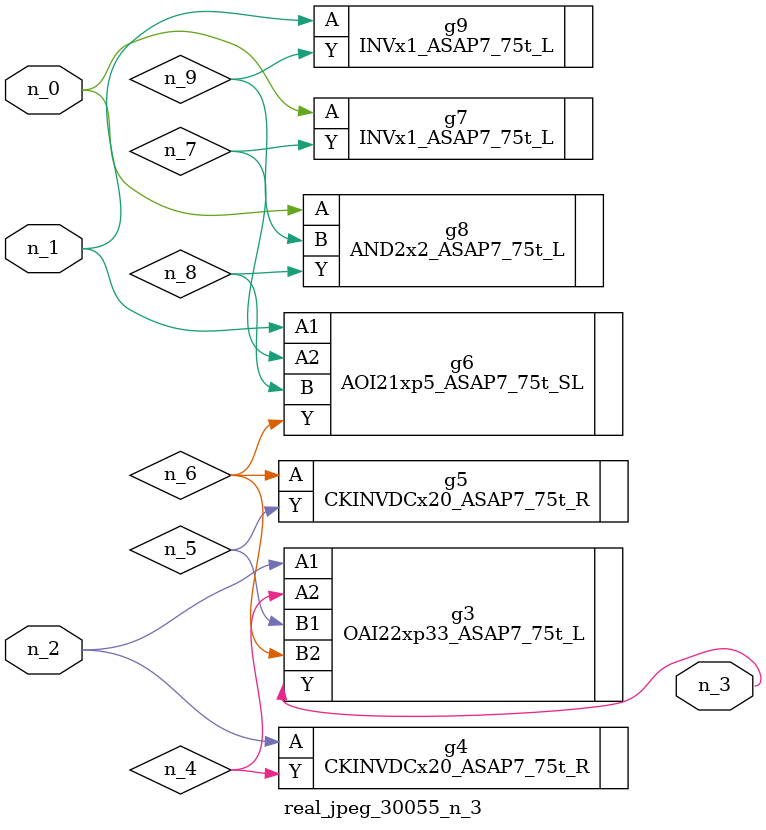
<source format=v>
module real_jpeg_30055_n_3 (n_1, n_0, n_2, n_3);

input n_1;
input n_0;
input n_2;

output n_3;

wire n_5;
wire n_8;
wire n_4;
wire n_6;
wire n_7;
wire n_9;

INVx1_ASAP7_75t_L g7 ( 
.A(n_0),
.Y(n_7)
);

AND2x2_ASAP7_75t_L g8 ( 
.A(n_0),
.B(n_9),
.Y(n_8)
);

AOI21xp5_ASAP7_75t_SL g6 ( 
.A1(n_1),
.A2(n_7),
.B(n_8),
.Y(n_6)
);

INVx1_ASAP7_75t_L g9 ( 
.A(n_1),
.Y(n_9)
);

OAI22xp33_ASAP7_75t_L g3 ( 
.A1(n_2),
.A2(n_4),
.B1(n_5),
.B2(n_6),
.Y(n_3)
);

CKINVDCx20_ASAP7_75t_R g4 ( 
.A(n_2),
.Y(n_4)
);

CKINVDCx20_ASAP7_75t_R g5 ( 
.A(n_6),
.Y(n_5)
);


endmodule
</source>
